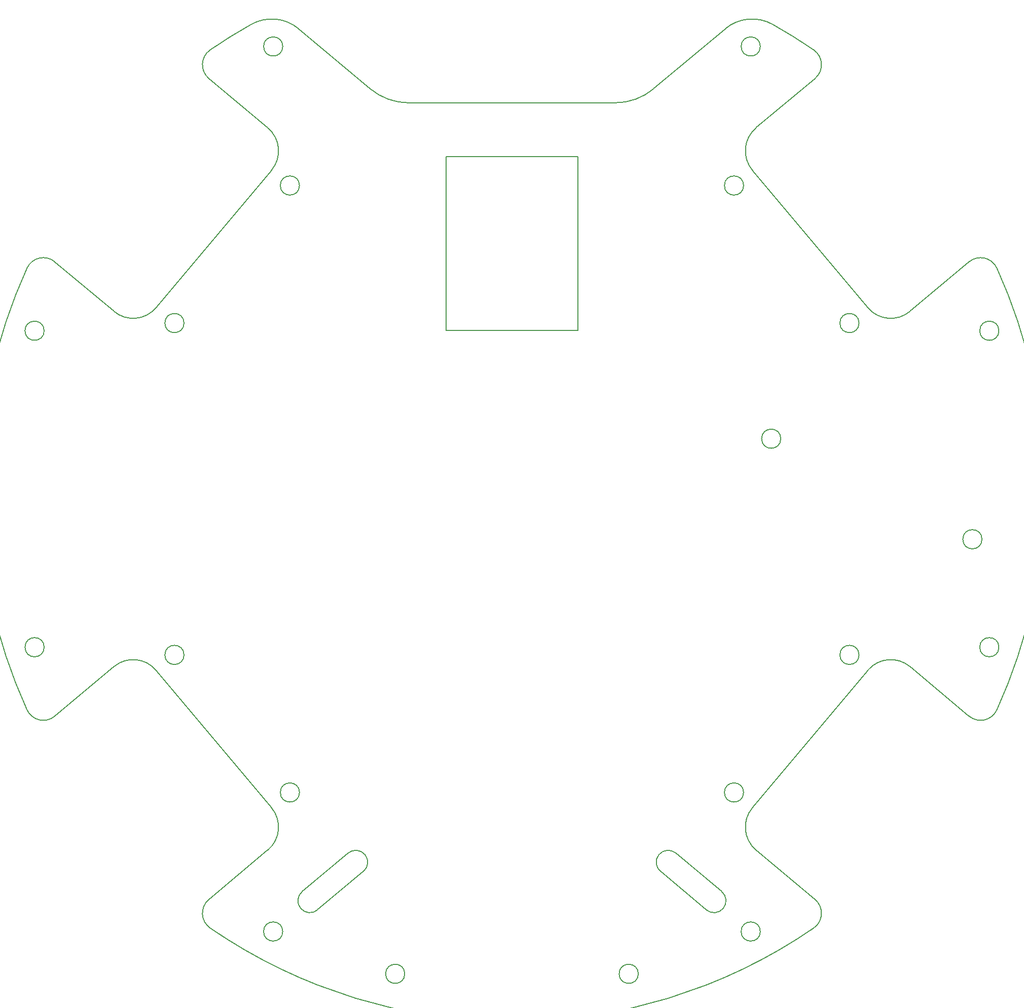
<source format=gm1>
%TF.GenerationSoftware,KiCad,Pcbnew,(6.0.7-1)-1*%
%TF.CreationDate,2023-02-20T20:57:27+08:00*%
%TF.ProjectId,layer1,6c617965-7231-42e6-9b69-6361645f7063,1.1*%
%TF.SameCoordinates,Original*%
%TF.FileFunction,Profile,NP*%
%FSLAX46Y46*%
G04 Gerber Fmt 4.6, Leading zero omitted, Abs format (unit mm)*
G04 Created by KiCad (PCBNEW (6.0.7-1)-1) date 2023-02-20 20:57:27*
%MOMM*%
%LPD*%
G01*
G04 APERTURE LIST*
%TA.AperFunction,Profile*%
%ADD10C,0.200000*%
%TD*%
G04 APERTURE END LIST*
D10*
X69232641Y-170316022D02*
X59375669Y-178587004D01*
X31868126Y-136435360D02*
G75*
G03*
X31868126Y-136435360I-1600000J0D01*
G01*
X50565293Y-140290532D02*
G75*
G03*
X43521137Y-139674244I-3830223J-3213948D01*
G01*
X151479042Y-183930116D02*
G75*
G03*
X151479042Y-183930116I-1600000J0D01*
G01*
X160624331Y-178587004D02*
X150767359Y-170316022D01*
X150767358Y-49683977D02*
G75*
G03*
X150151075Y-56728139I3213942J-3830223D01*
G01*
X43521141Y-80325751D02*
G75*
G03*
X50565297Y-79709472I3213939J3830211D01*
G01*
X82624183Y-170827850D02*
X74963738Y-177255726D01*
X69232642Y-170316023D02*
G75*
G03*
X69848925Y-163271861I-3213942J3830223D01*
G01*
X186335836Y-72054774D02*
X176478863Y-80325756D01*
X59375672Y-178587008D02*
G75*
G03*
X59605335Y-183357874I1928368J-2298132D01*
G01*
X150151075Y-163271861D02*
X169434703Y-140290528D01*
X121000000Y-83482441D02*
X99000000Y-83482441D01*
X71720958Y-36069884D02*
G75*
G03*
X71720958Y-36069884I-1600000J0D01*
G01*
X153539789Y-32377296D02*
G75*
G03*
X145615804Y-33120129I-3424489J-6105104D01*
G01*
X69848925Y-56728139D02*
X50565297Y-79709472D01*
X127243273Y-45482441D02*
X92756727Y-45482441D01*
X160624370Y-41413043D02*
G75*
G03*
X160394665Y-36642126I-1928370J2298143D01*
G01*
X176478863Y-139674244D02*
X186335836Y-147945226D01*
X59605335Y-183357874D02*
G75*
G03*
X160394665Y-183357874I50394665J73357872D01*
G01*
X55229475Y-82280622D02*
G75*
G03*
X55229475Y-82280622I-1600000J0D01*
G01*
X148686897Y-160700711D02*
G75*
G03*
X148686897Y-160700711I-1600000J0D01*
G01*
X167970525Y-82280622D02*
G75*
G03*
X167970525Y-82280622I-1600000J0D01*
G01*
X169434682Y-79709489D02*
G75*
G03*
X176478863Y-80325756I3830218J3213889D01*
G01*
X50565297Y-140290528D02*
X69848925Y-163271861D01*
X74513103Y-160700711D02*
G75*
G03*
X74513103Y-160700711I-1600000J0D01*
G01*
X66460203Y-32377282D02*
G75*
G03*
X59605335Y-36642126I43539197J-77621718D01*
G01*
X77534889Y-180319904D02*
X85195333Y-173892028D01*
X131100000Y-191000000D02*
G75*
G03*
X131100000Y-191000000I-1600000J0D01*
G01*
X151479042Y-36069884D02*
G75*
G03*
X151479042Y-36069884I-1600000J0D01*
G01*
X74963712Y-177255695D02*
G75*
G03*
X77534889Y-180319904I1285588J-1532105D01*
G01*
X169434703Y-79709472D02*
X150151075Y-56728139D01*
X190994345Y-146890596D02*
G75*
G03*
X190994345Y-73109404I-80994345J36890596D01*
G01*
X160394661Y-183357867D02*
G75*
G03*
X160624331Y-178587004I-1698741J2472737D01*
G01*
X31868126Y-83564640D02*
G75*
G03*
X31868126Y-83564640I-1600000J0D01*
G01*
X150151076Y-163271861D02*
G75*
G03*
X150767359Y-170316022I3830224J-3213939D01*
G01*
X145036262Y-177255726D02*
X137375817Y-170827850D01*
X191331874Y-83564640D02*
G75*
G03*
X191331874Y-83564640I-1600000J0D01*
G01*
X69848924Y-56728139D02*
G75*
G03*
X69232641Y-49683978I-3830224J3213939D01*
G01*
X74513103Y-59299289D02*
G75*
G03*
X74513103Y-59299289I-1600000J0D01*
G01*
X127243273Y-45482431D02*
G75*
G03*
X133671149Y-43142885I-73J10000231D01*
G01*
X121000000Y-54482441D02*
X121000000Y-83482441D01*
X86328851Y-43142885D02*
X74384196Y-33120129D01*
X137375821Y-170827845D02*
G75*
G03*
X134804667Y-173892028I-1285621J-1532055D01*
G01*
X86328864Y-43142870D02*
G75*
G03*
X92756727Y-45482441I6427836J7660270D01*
G01*
X74384206Y-33120118D02*
G75*
G03*
X66460204Y-32377283I-4499506J-5362282D01*
G01*
X154900000Y-101600000D02*
G75*
G03*
X154900000Y-101600000I-1600000J0D01*
G01*
X33664165Y-72054773D02*
G75*
G03*
X29005655Y-73109404I-1928365J-2298127D01*
G01*
X99000000Y-83482441D02*
X99000000Y-54482441D01*
X188500000Y-118400000D02*
G75*
G03*
X188500000Y-118400000I-1600000J0D01*
G01*
X186335835Y-147945227D02*
G75*
G03*
X190994345Y-146890596I1928365J2298127D01*
G01*
X71720958Y-183930116D02*
G75*
G03*
X71720958Y-183930116I-1600000J0D01*
G01*
X176478830Y-139674283D02*
G75*
G03*
X169434703Y-140290528I-3213930J-3830317D01*
G01*
X148686897Y-59299289D02*
G75*
G03*
X148686897Y-59299289I-1600000J0D01*
G01*
X55229475Y-137719378D02*
G75*
G03*
X55229475Y-137719378I-1600000J0D01*
G01*
X29005656Y-146890596D02*
G75*
G03*
X33664164Y-147945226I2730144J1243496D01*
G01*
X145615804Y-33120129D02*
X133671149Y-43142885D01*
X33664164Y-147945226D02*
X43521137Y-139674244D01*
X142465137Y-180319873D02*
G75*
G03*
X145036262Y-177255726I1285563J1532073D01*
G01*
X167970525Y-137719378D02*
G75*
G03*
X167970525Y-137719378I-1600000J0D01*
G01*
X160394665Y-36642125D02*
G75*
G03*
X153539796Y-32377283I-50395465J-73359175D01*
G01*
X99000000Y-54482441D02*
X121000000Y-54482441D01*
X59605333Y-36642123D02*
G75*
G03*
X59375669Y-41412996I1698687J-2472737D01*
G01*
X150767359Y-49683978D02*
X160624331Y-41412996D01*
X29005655Y-73109404D02*
G75*
G03*
X29005655Y-146890596I80994345J-36890596D01*
G01*
X191331874Y-136435360D02*
G75*
G03*
X191331874Y-136435360I-1600000J0D01*
G01*
X92100000Y-191000000D02*
G75*
G03*
X92100000Y-191000000I-1600000J0D01*
G01*
X190994344Y-73109404D02*
G75*
G03*
X186335836Y-72054774I-2730144J-1243496D01*
G01*
X43521137Y-80325756D02*
X33664164Y-72054774D01*
X85195329Y-173892024D02*
G75*
G03*
X82624183Y-170827850I-1285529J1532124D01*
G01*
X134804667Y-173892028D02*
X142465111Y-180319904D01*
X59375669Y-41412996D02*
X69232641Y-49683978D01*
M02*

</source>
